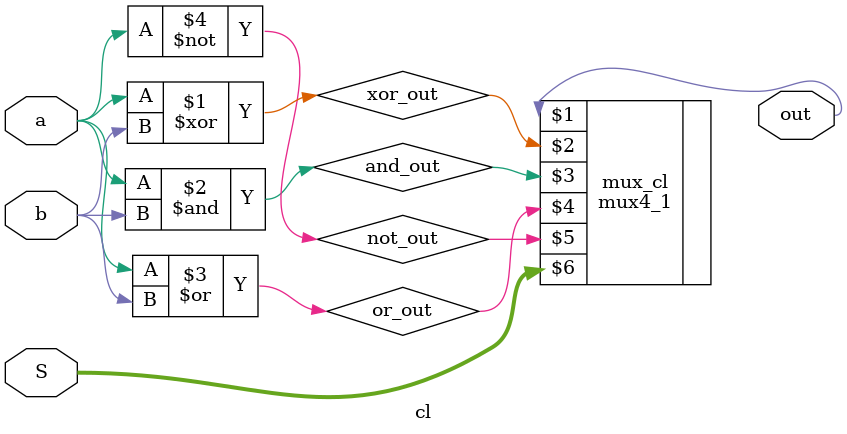
<source format=v>
module cl(output wire out, input wire a, input wire b, input wire [1:0] S);

  wire xor_out, not_out, and_out, or_out;  // SE DECLARAN LOS CABLES DE SALIDA DE LAS PUESTAS LÓGICAS
  xor xor_door (xor_out, a, b);  // SE DECLARA UNA PUERTA XOR A LA QUE LE ENTRA A Y B Y SALE EL CABLE XOR_OUT
  and and_door (and_out, a, b);  // SE DECLARA UNA PUERTA AND A LA QUE LE ENTRAN A Y B Y SALE AND_DOOR
  or or_door (or_out, a, b);  // SE DECLARA UNA PUERTA OR A LA QUE LE ENTRAN A Y B Y SALE OR_DOOR
  not not_door (not_out, a);  // SE DECLARA UNA PUERTA NOT A LA QUE LE ENTRAN A Y SALE NOT_DOOR
  mux4_1 mux_cl (out, xor_out, and_out, or_out, not_out, S);  // DECLARAMOS UN MUX4_1 AL QUE LE ENTRA COMO PARAMETROS LAS SALIDAS DE LAS PUERTAS LÓGICAS ANTERIORES, UNA SEÑAL DE SELECCIÓN S Y DA COMO SALIDA LA SEÑAL OUT DE LA CELDA LOGICA
                                                              
endmodule
</source>
